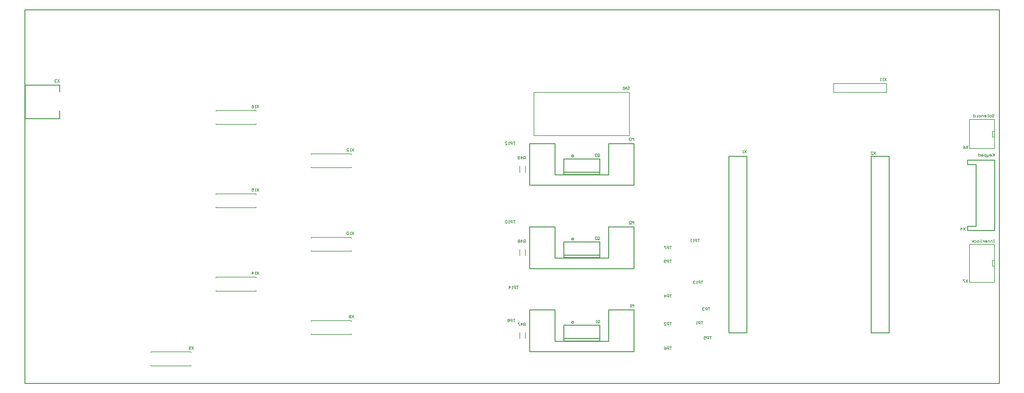
<source format=gbo>
G04 Layer_Color=32896*
%FSLAX43Y43*%
%MOMM*%
G71*
G01*
G75*
%ADD30C,0.200*%
%ADD34C,0.150*%
%ADD38C,0.254*%
D30*
X82250Y14000D02*
X93750D01*
Y14250D01*
X82250Y14000D02*
Y14250D01*
X93750Y17750D02*
Y18000D01*
X82250Y17750D02*
Y18000D01*
X93750D01*
X36250Y9000D02*
X47750D01*
X36250Y8750D02*
Y9000D01*
X47750Y8750D02*
Y9000D01*
X36250Y5000D02*
Y5250D01*
X47750Y5000D02*
Y5250D01*
X36250Y5000D02*
X47750D01*
X54950Y78500D02*
X66450D01*
X54950Y78250D02*
Y78500D01*
X66450Y78250D02*
Y78500D01*
X54950Y74500D02*
Y74750D01*
X66450Y74500D02*
Y74750D01*
X54950Y74500D02*
X66450D01*
X54950Y54500D02*
X66450D01*
X54950Y54250D02*
Y54500D01*
X66450Y54250D02*
Y54500D01*
X54950Y50500D02*
Y50750D01*
X66450Y50500D02*
Y50750D01*
X54950Y50500D02*
X66450D01*
X54950Y30500D02*
X66450D01*
X54950Y30250D02*
Y30500D01*
X66450Y30250D02*
Y30500D01*
X54950Y26500D02*
Y26750D01*
X66450Y26500D02*
Y26750D01*
X54950Y26500D02*
X66450D01*
X82250Y66000D02*
X93750D01*
X82250Y65750D02*
Y66000D01*
X93750Y65750D02*
Y66000D01*
X82250Y62000D02*
Y62250D01*
X93750Y62000D02*
Y62250D01*
X82250Y62000D02*
X93750D01*
X82250Y42000D02*
X93750D01*
X82250Y41750D02*
Y42000D01*
X93750Y41750D02*
Y42000D01*
X82250Y38000D02*
Y38250D01*
X93750Y38000D02*
Y38250D01*
X82250Y38000D02*
X93750D01*
X247620Y83730D02*
Y86270D01*
X232380Y83730D02*
X247620D01*
X232380D02*
Y86270D01*
X247620D01*
X173750Y71250D02*
Y83750D01*
X146250Y71250D02*
Y83750D01*
X173750D01*
X146250Y71250D02*
X173750D01*
X142200Y12800D02*
Y14600D01*
X143800Y12800D02*
Y14600D01*
X142200Y36700D02*
Y38500D01*
X143800Y36700D02*
Y38500D01*
X142200Y60700D02*
Y62500D01*
X143800Y60700D02*
Y62500D01*
D34*
X271400Y28975D02*
Y39950D01*
Y28975D02*
X278600D01*
Y39950D01*
X271400D02*
X278600D01*
X278025Y35285D02*
X278575D01*
X278025Y33660D02*
Y35285D01*
Y33660D02*
X278600D01*
X278025Y70860D02*
X278600D01*
X278025D02*
Y72485D01*
X278575D01*
X271400Y75950D02*
X278600D01*
Y67500D02*
Y75950D01*
X271400Y67500D02*
X278600D01*
X271400D02*
Y75950D01*
X141844Y27967D02*
X141311D01*
X141578D01*
Y27168D01*
X141045D02*
Y27967D01*
X140645D01*
X140511Y27834D01*
Y27567D01*
X140645Y27434D01*
X141045D01*
X140245Y27168D02*
X139978D01*
X140112D01*
Y27967D01*
X140245Y27834D01*
X139179Y27168D02*
Y27967D01*
X139578Y27567D01*
X139045D01*
X164667Y65333D02*
Y65866D01*
X164800Y66000D01*
X165067D01*
X165200Y65866D01*
Y65333D01*
X165067Y65200D01*
X164800D01*
X164933Y65467D02*
X164667Y65200D01*
X164800D02*
X164667Y65333D01*
X164400Y65866D02*
X164267Y66000D01*
X164000D01*
X163867Y65866D01*
Y65733D01*
X164000Y65600D01*
X164134D01*
X164000D01*
X163867Y65467D01*
Y65333D01*
X164000Y65200D01*
X164267D01*
X164400Y65333D01*
X94525Y19563D02*
X93992Y18763D01*
Y19563D02*
X94525Y18763D01*
X93725Y19430D02*
X93592Y19563D01*
X93325D01*
X93192Y19430D01*
Y19296D01*
X93325Y19163D01*
X93192Y19030D01*
Y18896D01*
X93325Y18763D01*
X93592D01*
X93725Y18896D01*
Y19030D01*
X93592Y19163D01*
X93725Y19296D01*
Y19430D01*
X93592Y19163D02*
X93325D01*
X48525Y10546D02*
X47992Y9746D01*
Y10546D02*
X48525Y9746D01*
X47726Y9879D02*
X47592Y9746D01*
X47326D01*
X47193Y9879D01*
Y10413D01*
X47326Y10546D01*
X47592D01*
X47726Y10413D01*
Y10279D01*
X47592Y10146D01*
X47193D01*
X244460Y66600D02*
X243927Y65800D01*
Y66600D02*
X244460Y65800D01*
X243127D02*
X243660D01*
X243127Y66333D01*
Y66466D01*
X243260Y66600D01*
X243527D01*
X243660Y66466D01*
X270900Y29800D02*
X270367Y29000D01*
Y29800D02*
X270900Y29000D01*
X270100Y29800D02*
X269567D01*
Y29666D01*
X270100Y29133D01*
Y29000D01*
X271000Y68300D02*
X270467Y67500D01*
Y68300D02*
X271000Y67500D01*
X269667Y68300D02*
X269934Y68166D01*
X270200Y67900D01*
Y67633D01*
X270067Y67500D01*
X269800D01*
X269667Y67633D01*
Y67767D01*
X269800Y67900D01*
X270200D01*
X174967Y21887D02*
Y22687D01*
X174700Y22421D01*
X174433Y22687D01*
Y21887D01*
X174167D02*
X173900D01*
X174034D01*
Y22687D01*
X174167Y22554D01*
X9968Y87406D02*
X9435Y86607D01*
Y87406D02*
X9968Y86607D01*
X9168Y87273D02*
X9035Y87406D01*
X8769D01*
X8635Y87273D01*
Y87140D01*
X8769Y87006D01*
X8902D01*
X8769D01*
X8635Y86873D01*
Y86740D01*
X8769Y86607D01*
X9035D01*
X9168Y86740D01*
X270200Y44800D02*
X269667Y44000D01*
Y44800D02*
X270200Y44000D01*
X269000D02*
Y44800D01*
X269400Y44400D01*
X268867D01*
X67226Y80058D02*
X66693Y79258D01*
Y80058D02*
X67226Y79258D01*
X66426D02*
X66160D01*
X66293D01*
Y80058D01*
X66426Y79924D01*
X65227Y80058D02*
X65493Y79924D01*
X65760Y79658D01*
Y79391D01*
X65627Y79258D01*
X65360D01*
X65227Y79391D01*
Y79525D01*
X65360Y79658D01*
X65760D01*
X67220Y56063D02*
X66687Y55263D01*
Y56063D02*
X67220Y55263D01*
X66420D02*
X66153D01*
X66287D01*
Y56063D01*
X66420Y55929D01*
X65220Y56063D02*
X65754D01*
Y55663D01*
X65487Y55796D01*
X65354D01*
X65220Y55663D01*
Y55396D01*
X65354Y55263D01*
X65620D01*
X65754Y55396D01*
X67220Y32060D02*
X66687Y31260D01*
Y32060D02*
X67220Y31260D01*
X66420D02*
X66153D01*
X66287D01*
Y32060D01*
X66420Y31926D01*
X65354Y31260D02*
Y32060D01*
X65754Y31660D01*
X65220D01*
X94525Y67569D02*
X93992Y66769D01*
Y67569D02*
X94525Y66769D01*
X93725D02*
X93458D01*
X93592D01*
Y67569D01*
X93725Y67436D01*
X92525Y66769D02*
X93059D01*
X92525Y67302D01*
Y67436D01*
X92659Y67569D01*
X92925D01*
X93059Y67436D01*
X94525Y43566D02*
X93992Y42766D01*
Y43566D02*
X94525Y42766D01*
X93725D02*
X93458D01*
X93592D01*
Y43566D01*
X93725Y43433D01*
X93059D02*
X92925Y43566D01*
X92659D01*
X92525Y43433D01*
Y42899D01*
X92659Y42766D01*
X92925D01*
X93059Y42899D01*
Y43433D01*
X174967Y69792D02*
Y70592D01*
X174700Y70325D01*
X174433Y70592D01*
Y69792D01*
X174167Y70458D02*
X174034Y70592D01*
X173767D01*
X173634Y70458D01*
Y70325D01*
X173767Y70192D01*
X173900D01*
X173767D01*
X173634Y70058D01*
Y69925D01*
X173767Y69792D01*
X174034D01*
X174167Y69925D01*
X174967Y45789D02*
Y46589D01*
X174700Y46322D01*
X174433Y46589D01*
Y45789D01*
X173634D02*
X174167D01*
X173634Y46322D01*
Y46455D01*
X173767Y46589D01*
X174034D01*
X174167Y46455D01*
X164667Y17433D02*
Y17966D01*
X164800Y18100D01*
X165067D01*
X165200Y17966D01*
Y17433D01*
X165067Y17300D01*
X164800D01*
X164933Y17567D02*
X164667Y17300D01*
X164800D02*
X164667Y17433D01*
X164400Y17300D02*
X164134D01*
X164267D01*
Y18100D01*
X164400Y17966D01*
X164667Y41433D02*
Y41966D01*
X164800Y42100D01*
X165067D01*
X165200Y41966D01*
Y41433D01*
X165067Y41300D01*
X164800D01*
X164933Y41567D02*
X164667Y41300D01*
X164800D02*
X164667Y41433D01*
X163867Y41300D02*
X164400D01*
X163867Y41833D01*
Y41966D01*
X164000Y42100D01*
X164267D01*
X164400Y41966D01*
X247560Y87838D02*
X247027Y87038D01*
Y87838D02*
X247560Y87038D01*
X246760D02*
X246493D01*
X246627D01*
Y87838D01*
X246760Y87705D01*
X246094Y87038D02*
X245827D01*
X245960D01*
Y87838D01*
X246094Y87705D01*
X207307Y67046D02*
X206773Y66246D01*
Y67046D02*
X207307Y66246D01*
X206507D02*
X206240D01*
X206373D01*
Y67046D01*
X206507Y66913D01*
X173171Y85177D02*
X173304Y85311D01*
X173571D01*
X173704Y85177D01*
Y85044D01*
X173571Y84911D01*
X173304D01*
X173171Y84778D01*
Y84644D01*
X173304Y84511D01*
X173571D01*
X173704Y84644D01*
X172904Y84511D02*
Y85311D01*
X172371Y84511D01*
Y85311D01*
X172105Y84511D02*
X171838D01*
X171971D01*
Y85311D01*
X172105Y85177D01*
X143808Y16553D02*
Y17353D01*
X143409D01*
X143275Y17220D01*
Y16953D01*
X143409Y16820D01*
X143808D01*
X143542D02*
X143275Y16553D01*
X142609D02*
Y17353D01*
X143009Y16953D01*
X142475D01*
X142209Y17353D02*
X141676D01*
Y17220D01*
X142209Y16687D01*
Y16553D01*
X143810Y40455D02*
Y41255D01*
X143410D01*
X143277Y41121D01*
Y40855D01*
X143410Y40721D01*
X143810D01*
X143544D02*
X143277Y40455D01*
X142611D02*
Y41255D01*
X143010Y40855D01*
X142477D01*
X142211Y41121D02*
X142077Y41255D01*
X141811D01*
X141678Y41121D01*
Y40988D01*
X141811Y40855D01*
X141678Y40721D01*
Y40588D01*
X141811Y40455D01*
X142077D01*
X142211Y40588D01*
Y40721D01*
X142077Y40855D01*
X142211Y40988D01*
Y41121D01*
X142077Y40855D02*
X141811D01*
X143801Y64459D02*
Y65259D01*
X143401D01*
X143267Y65126D01*
Y64859D01*
X143401Y64726D01*
X143801D01*
X143534D02*
X143267Y64459D01*
X142601D02*
Y65259D01*
X143001Y64859D01*
X142468D01*
X142201Y64593D02*
X142068Y64459D01*
X141801D01*
X141668Y64593D01*
Y65126D01*
X141801Y65259D01*
X142068D01*
X142201Y65126D01*
Y64993D01*
X142068Y64859D01*
X141668D01*
X194841Y17770D02*
X194308D01*
X194574D01*
Y16970D01*
X194041D02*
Y17770D01*
X193641D01*
X193508Y17636D01*
Y17370D01*
X193641Y17237D01*
X194041D01*
X193242Y16970D02*
X192975D01*
X193108D01*
Y17770D01*
X193242Y17636D01*
X185850Y17470D02*
X185317D01*
X185583D01*
Y16670D01*
X185050D02*
Y17470D01*
X184650D01*
X184517Y17336D01*
Y17070D01*
X184650Y16937D01*
X185050D01*
X183717Y16670D02*
X184250D01*
X183717Y17203D01*
Y17336D01*
X183850Y17470D01*
X184117D01*
X184250Y17336D01*
X196859Y21770D02*
X196325D01*
X196592D01*
Y20970D01*
X196059D02*
Y21770D01*
X195659D01*
X195526Y21636D01*
Y21370D01*
X195659Y21237D01*
X196059D01*
X195259Y21636D02*
X195126Y21770D01*
X194859D01*
X194726Y21636D01*
Y21503D01*
X194859Y21370D01*
X194993D01*
X194859D01*
X194726Y21237D01*
Y21103D01*
X194859Y20970D01*
X195126D01*
X195259Y21103D01*
X185840Y25470D02*
X185307D01*
X185574D01*
Y24670D01*
X185041D02*
Y25470D01*
X184641D01*
X184508Y25336D01*
Y25070D01*
X184641Y24937D01*
X185041D01*
X183841Y24670D02*
Y25470D01*
X184241Y25070D01*
X183708D01*
X197249Y13470D02*
X196716D01*
X196983D01*
Y12670D01*
X196449D02*
Y13470D01*
X196050D01*
X195916Y13336D01*
Y13070D01*
X196050Y12937D01*
X196449D01*
X195117Y13470D02*
X195650D01*
Y13070D01*
X195383Y13203D01*
X195250D01*
X195117Y13070D01*
Y12803D01*
X195250Y12670D01*
X195516D01*
X195650Y12803D01*
X185856Y10470D02*
X185323D01*
X185590D01*
Y9670D01*
X185057D02*
Y10470D01*
X184657D01*
X184523Y10336D01*
Y10070D01*
X184657Y9937D01*
X185057D01*
X183724Y10470D02*
X183990Y10336D01*
X184257Y10070D01*
Y9803D01*
X184124Y9670D01*
X183857D01*
X183724Y9803D01*
Y9937D01*
X183857Y10070D01*
X184257D01*
X185843Y39467D02*
X185310D01*
X185576D01*
Y38668D01*
X185043D02*
Y39467D01*
X184643D01*
X184510Y39334D01*
Y39067D01*
X184643Y38934D01*
X185043D01*
X184244Y39467D02*
X183710D01*
Y39334D01*
X184244Y38801D01*
Y38668D01*
X140852Y18467D02*
X140319D01*
X140585D01*
Y17668D01*
X140052D02*
Y18467D01*
X139652D01*
X139519Y18334D01*
Y18067D01*
X139652Y17934D01*
X140052D01*
X139252Y18334D02*
X139119Y18467D01*
X138852D01*
X138719Y18334D01*
Y18201D01*
X138852Y18067D01*
X138719Y17934D01*
Y17801D01*
X138852Y17668D01*
X139119D01*
X139252Y17801D01*
Y17934D01*
X139119Y18067D01*
X139252Y18201D01*
Y18334D01*
X139119Y18067D02*
X138852D01*
X185861Y35467D02*
X185327D01*
X185594D01*
Y34668D01*
X185061D02*
Y35467D01*
X184661D01*
X184528Y35334D01*
Y35067D01*
X184661Y34934D01*
X185061D01*
X184261Y34801D02*
X184128Y34668D01*
X183861D01*
X183728Y34801D01*
Y35334D01*
X183861Y35467D01*
X184128D01*
X184261Y35334D01*
Y35201D01*
X184128Y35067D01*
X183728D01*
X140847Y46867D02*
X140314D01*
X140580D01*
Y46068D01*
X140047D02*
Y46867D01*
X139647D01*
X139514Y46734D01*
Y46467D01*
X139647Y46334D01*
X140047D01*
X139248Y46068D02*
X138981D01*
X139114D01*
Y46867D01*
X139248Y46734D01*
X138581D02*
X138448Y46867D01*
X138181D01*
X138048Y46734D01*
Y46201D01*
X138181Y46068D01*
X138448D01*
X138581Y46201D01*
Y46734D01*
X193843Y41467D02*
X193310D01*
X193576D01*
Y40668D01*
X193043D02*
Y41467D01*
X192643D01*
X192510Y41334D01*
Y41067D01*
X192643Y40934D01*
X193043D01*
X192244Y40668D02*
X191977D01*
X192110D01*
Y41467D01*
X192244Y41334D01*
X191577Y40668D02*
X191311D01*
X191444D01*
Y41467D01*
X191577Y41334D01*
X140856Y69467D02*
X140323D01*
X140590D01*
Y68668D01*
X140057D02*
Y69467D01*
X139657D01*
X139523Y69334D01*
Y69067D01*
X139657Y68934D01*
X140057D01*
X139257Y68668D02*
X138990D01*
X139124D01*
Y69467D01*
X139257Y69334D01*
X138057Y68668D02*
X138590D01*
X138057Y69201D01*
Y69334D01*
X138191Y69467D01*
X138457D01*
X138590Y69334D01*
X194844Y29470D02*
X194311D01*
X194578D01*
Y28670D01*
X194045D02*
Y29470D01*
X193645D01*
X193511Y29336D01*
Y29070D01*
X193645Y28937D01*
X194045D01*
X193245Y28670D02*
X192978D01*
X193112D01*
Y29470D01*
X193245Y29336D01*
X192578D02*
X192445Y29470D01*
X192179D01*
X192045Y29336D01*
Y29203D01*
X192179Y29070D01*
X192312D01*
X192179D01*
X192045Y28937D01*
Y28803D01*
X192179Y28670D01*
X192445D01*
X192578Y28803D01*
X278600Y66100D02*
Y65300D01*
Y65567D01*
X278067Y66100D01*
X278467Y65700D01*
X278067Y65300D01*
X277400D02*
X277667D01*
X277800Y65433D01*
Y65700D01*
X277667Y65833D01*
X277400D01*
X277267Y65700D01*
Y65567D01*
X277800D01*
X277001Y65833D02*
Y65433D01*
X276867Y65300D01*
X276467D01*
Y65167D01*
X276601Y65033D01*
X276734D01*
X276467Y65300D02*
Y65833D01*
X276201Y65033D02*
Y65833D01*
X275801D01*
X275668Y65700D01*
Y65433D01*
X275801Y65300D01*
X276201D01*
X275268Y65833D02*
X275001D01*
X274868Y65700D01*
Y65300D01*
X275268D01*
X275401Y65433D01*
X275268Y65567D01*
X274868D01*
X274068Y66100D02*
Y65300D01*
X274468D01*
X274601Y65433D01*
Y65700D01*
X274468Y65833D01*
X274068D01*
X278600Y41300D02*
X278333D01*
X278467D01*
Y40500D01*
X278600D01*
X278333D01*
X277934D02*
Y41033D01*
X277534D01*
X277400Y40900D01*
Y40500D01*
X277001Y41166D02*
Y41033D01*
X277134D01*
X276867D01*
X277001D01*
Y40633D01*
X276867Y40500D01*
X276067D02*
X276334D01*
X276467Y40633D01*
Y40900D01*
X276334Y41033D01*
X276067D01*
X275934Y40900D01*
Y40767D01*
X276467D01*
X275668Y41033D02*
Y40500D01*
Y40767D01*
X275534Y40900D01*
X275401Y41033D01*
X275268D01*
X274868Y40500D02*
X274601D01*
X274735D01*
Y41300D01*
X274868D01*
X274068Y40500D02*
X273802D01*
X273668Y40633D01*
Y40900D01*
X273802Y41033D01*
X274068D01*
X274201Y40900D01*
Y40633D01*
X274068Y40500D01*
X272868Y41033D02*
X273268D01*
X273402Y40900D01*
Y40633D01*
X273268Y40500D01*
X272868D01*
X272602D02*
Y41300D01*
Y40767D02*
X272202Y41033D01*
X272602Y40767D02*
X272202Y40500D01*
X277967Y77266D02*
X278100Y77400D01*
X278367D01*
X278500Y77266D01*
Y77133D01*
X278367Y77000D01*
X278100D01*
X277967Y76867D01*
Y76733D01*
X278100Y76600D01*
X278367D01*
X278500Y76733D01*
X277567Y76600D02*
X277300D01*
X277167Y76733D01*
Y77000D01*
X277300Y77133D01*
X277567D01*
X277700Y77000D01*
Y76733D01*
X277567Y76600D01*
X276901D02*
X276634D01*
X276767D01*
Y77400D01*
X276901D01*
X275834Y76600D02*
X276101D01*
X276234Y76733D01*
Y77000D01*
X276101Y77133D01*
X275834D01*
X275701Y77000D01*
Y76867D01*
X276234D01*
X275434Y76600D02*
Y77133D01*
X275034D01*
X274901Y77000D01*
Y76600D01*
X274501D02*
X274235D01*
X274101Y76733D01*
Y77000D01*
X274235Y77133D01*
X274501D01*
X274635Y77000D01*
Y76733D01*
X274501Y76600D01*
X273835D02*
X273568D01*
X273702D01*
Y77133D01*
X273835D01*
X272635Y77400D02*
Y76600D01*
X273035D01*
X273168Y76733D01*
Y77000D01*
X273035Y77133D01*
X272635D01*
D38*
X157700Y65400D02*
G03*
X157700Y65400I-300J0D01*
G01*
Y17500D02*
G03*
X157700Y17500I-300J0D01*
G01*
Y41500D02*
G03*
X157700Y41500I-300J0D01*
G01*
X154800Y60100D02*
X165200D01*
Y64600D01*
X154800D02*
X165200D01*
X154800Y60100D02*
Y64600D01*
Y60800D02*
X165200D01*
X243130Y65370D02*
X248330D01*
Y14570D02*
Y65370D01*
X243130Y14570D02*
X248330D01*
X243130D02*
Y65370D01*
X145000Y9100D02*
X175000D01*
Y21100D01*
X167700D02*
X175000D01*
X167700Y12100D02*
Y21100D01*
X152300Y12100D02*
X167700D01*
X152300D02*
Y21100D01*
X145000D02*
X152300D01*
X145000Y9100D02*
Y21100D01*
X10000Y76175D02*
Y78375D01*
Y83875D02*
Y85825D01*
X100D02*
X10000D01*
X100Y76175D02*
Y85825D01*
Y76175D02*
X10000D01*
X270800Y44000D02*
Y45200D01*
X273300D01*
Y63000D01*
X270800D02*
X273300D01*
X270800D02*
Y64200D01*
X278600D01*
X270800Y44000D02*
X278600D01*
Y64200D01*
X145000Y57000D02*
X175000D01*
Y69000D01*
X167700D02*
X175000D01*
X167700Y60000D02*
Y69000D01*
X152300Y60000D02*
X167700D01*
X152300D02*
Y69000D01*
X145000D02*
X152300D01*
X145000Y57000D02*
Y69000D01*
Y33000D02*
X175000D01*
Y45000D01*
X167700D02*
X175000D01*
X167700Y36000D02*
Y45000D01*
X152300Y36000D02*
X167700D01*
X152300D02*
Y45000D01*
X145000D02*
X152300D01*
X145000Y33000D02*
Y45000D01*
X154800Y12200D02*
X165200D01*
Y16700D01*
X154800D02*
X165200D01*
X154800Y12200D02*
Y16700D01*
Y12900D02*
X165200D01*
X154800Y36900D02*
X165200D01*
X154800Y36200D02*
Y40700D01*
X165200D01*
Y36200D02*
Y40700D01*
X154800Y36200D02*
X165200D01*
X202230Y14570D02*
X207430D01*
X202230D02*
Y65370D01*
X207430D01*
Y14570D02*
Y65370D01*
X0Y0D02*
Y107500D01*
X280000D01*
Y0D02*
Y107500D01*
X0Y0D02*
X280000D01*
M02*

</source>
